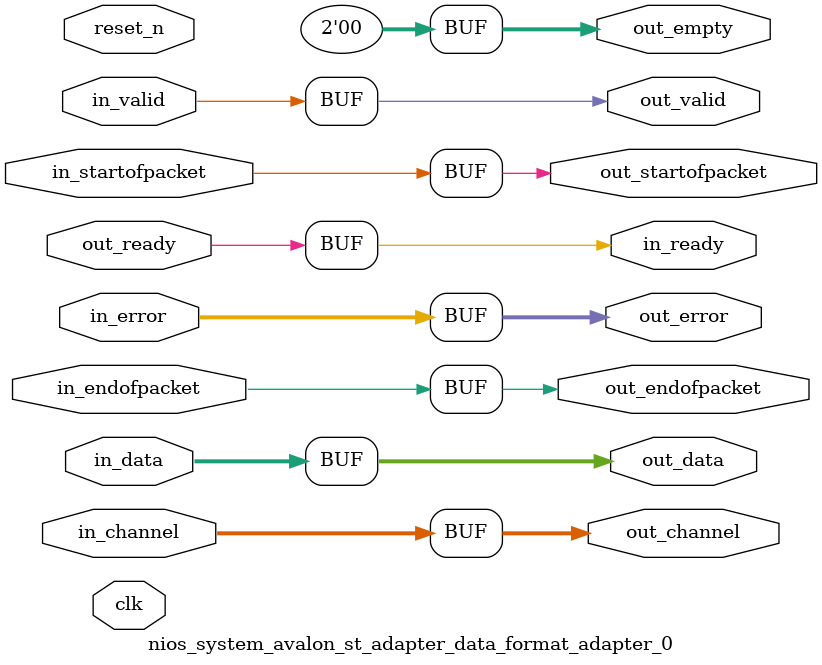
<source format=v>

`timescale 1ns / 100ps
module nios_system_avalon_st_adapter_data_format_adapter_0 (
    
      // Interface: clk
      input              clk,
      // Interface: reset
      input              reset_n,
      // Interface: in
      output reg         in_ready,
      input              in_valid,
      input      [31: 0] in_data,
      input      [ 1: 0] in_channel,
      input      [ 5: 0] in_error,
      input              in_startofpacket,
      input              in_endofpacket,
      // Interface: out
      input              out_ready,
      output reg         out_valid,
      output reg [31: 0] out_data,
      output reg [ 1: 0] out_channel,
      output reg [ 5: 0] out_error,
      output reg         out_startofpacket,
      output reg         out_endofpacket,
      output reg [ 1: 0] out_empty
);



   always @* begin
      in_ready = out_ready;
      out_valid = in_valid;
      out_data = in_data;
      out_channel = in_channel;
      out_error = in_error;
      out_startofpacket = in_startofpacket;
      out_endofpacket = in_endofpacket;

      out_empty = 0;

   end

endmodule


</source>
